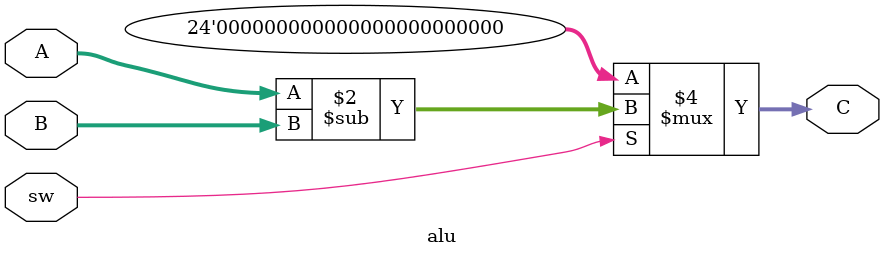
<source format=v>
module alu (
    input  sw,
input [23:0] A, B,
    output reg [23:0] C,

);

//ex3 sel:sw[15:13] A:sw[7:4] B:sw[3:0] out:led[3:0]
//reg signed [3:0] led;
//assign ledr=led;


always@(*) begin
	case(sw)
		//0:	C=A<B?1:0;
		1:	C=A-B;
		//2'b10:	C=A+B;
		//3'b010:	led=~A;
		//3'b011:	led=A&B;
		//3'b100:	led=A|B;
		//3'b101:	led=A^B;
		//3'b110:	led=(A<B)?4'b1:4'b0;
		//3'b111:	led=(A==B)?4'b1:4'b0;
		default: C=0;
	endcase
end
//assign C=A+B;
endmodule

</source>
